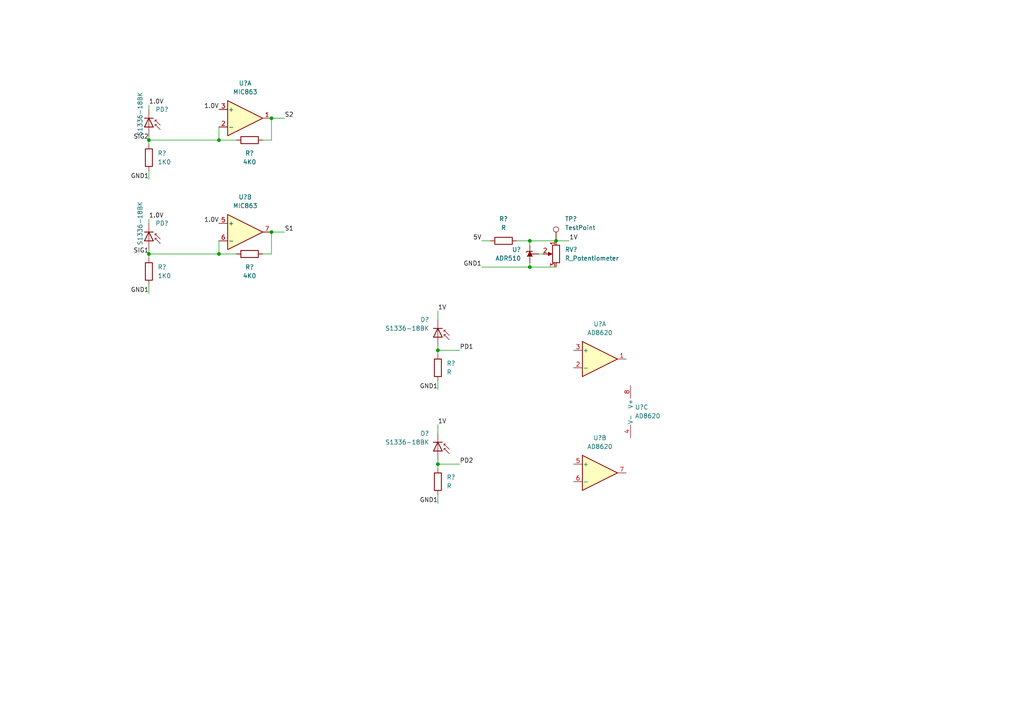
<source format=kicad_sch>
(kicad_sch (version 20211123) (generator eeschema)
  (paper "A4")
  (lib_symbols
    (symbol "Amplifier_Operational:AD8620" (pin_names (offset 0.127))
      (property "Reference" "U" (at 0 5.08 0))
      (property "Value" "AD8620" (at 0 -5.08 0))
      (symbol "AD8620_1_1"
        (polyline (pts (xy -5.08 5.08) (xy 5.08 0) (xy -5.08 -5.08) (xy -5.08 5.08)) (stroke (width 0.254)) (fill (type background)))
        (pin output line (at 7.62 0 180) (length 2.54) (name "~") (number "1"))
        (pin input line (at -7.62 -2.54 0) (length 2.54) (name "-") (number "2"))
        (pin input line (at -7.62 2.54 0) (length 2.54) (name "+") (number "3"))
      )
      (symbol "AD8620_2_1"
        (polyline (pts (xy -5.08 5.08) (xy 5.08 0) (xy -5.08 -5.08) (xy -5.08 5.08)) (stroke (width 0.254)) (fill (type background)))
        (pin input line (at -7.62 2.54 0) (length 2.54) (name "+") (number "5"))
        (pin input line (at -7.62 -2.54 0) (length 2.54) (name "-") (number "6"))
        (pin output line (at 7.62 0 180) (length 2.54) (name "~") (number "7"))
      )
      (symbol "AD8620_3_1"
        (pin power_in line (at -2.54 -7.62 90) (length 3.81) (name "V-") (number "4"))
        (pin power_in line (at -2.54 7.62 270) (length 3.81) (name "V+") (number "8"))
      )
    )
    (symbol "Connector:TestPoint" (pin_numbers hide) (pin_names (offset 0.762) hide)
      (property "Reference" "TP" (at 0 6.858 0))
      (property "Value" "TestPoint" (at 0 5.08 0))
      (symbol "TestPoint_0_1"
        (circle (center 0 3.302) (radius 0.762))
      )
      (symbol "TestPoint_1_1"
        (pin passive line (at 0 0 90) (length 2.54) (name "1") (number "1"))
      )
    )
    (symbol "Device:R" (pin_numbers hide) (pin_names (offset 0))
      (property "Reference" "R" (at 2.032 0 90))
      (property "Value" "R" (at 0 0 90))
      (symbol "R_0_1"
        (rectangle (start -1.016 -2.54) (end 1.016 2.54) (stroke (width 0.254)))
      )
      (symbol "R_1_1"
        (pin passive line (at 0 3.81 270) (length 1.27) (name "~") (number "1"))
        (pin passive line (at 0 -3.81 90) (length 1.27) (name "~") (number "2"))
      )
    )
    (symbol "Device:R_Potentiometer" (pin_names (offset 1.016) hide)
      (property "Reference" "RV" (at -4.445 0 90))
      (property "Value" "R_Potentiometer" (at -2.54 0 90))
      (symbol "R_Potentiometer_0_1"
        (polyline (pts (xy 2.54 0) (xy 1.524 0)))
        (polyline (pts (xy 1.143 0) (xy 2.286 0.508) (xy 2.286 -0.508) (xy 1.143 0)) (fill (type outline)))
        (rectangle (start 1.016 2.54) (end -1.016 -2.54) (stroke (width 0.254)))
      )
      (symbol "R_Potentiometer_1_1"
        (pin passive line (at 0 3.81 270) (length 1.27) (name "1") (number "1"))
        (pin passive line (at 3.81 0 180) (length 1.27) (name "2") (number "2"))
        (pin passive line (at 0 -3.81 90) (length 1.27) (name "3") (number "3"))
      )
    )
    (symbol "Reference_Voltage:CJ432" (pin_numbers hide) (pin_names hide)
      (property "Reference" "U" (at -2.54 2.54 0))
      (property "Value" "CJ432" (at 0 -2.54 0))
      (symbol "CJ432_0_1"
        (polyline (pts (xy -1.27 0) (xy 0 0) (xy 1.27 0)))
        (polyline (pts (xy -0.762 0.762) (xy 0.762 0) (xy -0.762 -0.762)) (fill (type outline)))
        (polyline (pts (xy 0.508 -1.016) (xy 0.762 -0.762) (xy 0.762 0.762) (xy 0.762 0.762)) (stroke (width 0.254)))
      )
      (symbol "CJ432_1_1"
        (pin passive line (at 0 2.54 270) (length 2.54) (name "REF") (number "1"))
        (pin passive line (at 2.54 0 180) (length 1.27) (name "K") (number "2"))
        (pin passive line (at -2.54 0 0) (length 1.27) (name "A") (number "3"))
      )
    )
    (symbol "S13360-3025CS_1" (pin_numbers hide) (pin_names hide)
      (property "Reference" "D5" (at -3.81 3.81 90))
      (property "Value" "S13360-3025CS_1" (at -8.89 1.27 90))
      (symbol "S13360-3025CS_1_0_1"
        (polyline (pts (xy -1.27 0) (xy 1.27 0)))
        (polyline (pts (xy -1.27 1.27) (xy -1.27 -1.27)) (stroke (width 0.254)))
        (polyline (pts (xy -0.762 1.778) (xy -0.254 1.778)))
        (polyline (pts (xy 1.27 1.27) (xy 1.27 -1.27)) (stroke (width 0.254)))
        (polyline (pts (xy 0.762 3.302) (xy -0.762 1.778) (xy -0.762 2.286)))
        (polyline (pts (xy 1.27 1.27) (xy -1.27 0) (xy 1.27 -1.27)) (stroke (width 0.254)))
        (polyline (pts (xy 2.032 3.302) (xy 0.508 1.778) (xy 0.508 2.286) (xy 0.508 1.778) (xy 1.016 1.778)))
      )
      (symbol "S13360-3025CS_1_1_1"
        (pin passive line (at 3.81 0 180) (length 2.54) (name "A") (number "1"))
        (pin passive line (at -3.81 0 0) (length 2.54) (name "K") (number "3"))
      )
    )
    (symbol "Sensor_Optical:S13360-3025CS" (pin_numbers hide) (pin_names hide)
      (property "Reference" "D" (at 1.778 1.778 0))
      (property "Value" "S13360-3025CS" (at 0.254 -2.794 0))
      (symbol "S13360-3025CS_0_1"
        (polyline (pts (xy -1.27 0) (xy 1.27 0)))
        (polyline (pts (xy -1.27 1.27) (xy -1.27 -1.27)) (stroke (width 0.254)))
        (polyline (pts (xy -0.762 1.778) (xy -0.254 1.778)))
        (polyline (pts (xy 1.27 1.27) (xy 1.27 -1.27)) (stroke (width 0.254)))
        (polyline (pts (xy 0.762 3.302) (xy -0.762 1.778) (xy -0.762 2.286)))
        (polyline (pts (xy 1.27 1.27) (xy -1.27 0) (xy 1.27 -1.27)) (stroke (width 0.254)))
        (polyline (pts (xy 2.032 3.302) (xy 0.508 1.778) (xy 0.508 2.286) (xy 0.508 1.778) (xy 1.016 1.778)))
      )
      (symbol "S13360-3025CS_1_1"
        (pin passive line (at 3.81 0 180) (length 2.54) (name "A") (number "1"))
        (pin passive line (at -3.81 0 0) (length 2.54) (name "K") (number "2"))
      )
    )
  )
  (junction (at 127 101.6))
  (junction (at 127 134.62))
  (junction (at 63.5 40.64))
  (junction (at 78.74 34.29))
  (junction (at 43.18 40.64))
  (junction (at 153.67 77.47))
  (junction (at 63.5 73.66))
  (junction (at 78.74 67.31))
  (junction (at 161.29 69.85))
  (junction (at 153.67 69.85))
  (junction (at 43.18 73.66))
  (wire (pts (xy 78.74 67.31) (xy 78.74 73.66)))
  (wire (pts (xy 127 134.62) (xy 127 135.89)))
  (wire (pts (xy 68.58 40.64) (xy 63.5 40.64)))
  (wire (pts (xy 161.29 69.85) (xy 165.1 69.85)))
  (wire (pts (xy 153.67 77.47) (xy 161.29 77.47)))
  (wire (pts (xy 43.18 82.55) (xy 43.18 85.09)))
  (wire (pts (xy 78.74 67.31) (xy 82.55 67.31)))
  (wire (pts (xy 127 134.62) (xy 133.35 134.62)))
  (wire (pts (xy 153.67 76.2) (xy 153.67 77.47)))
  (wire (pts (xy 43.18 63.5) (xy 43.18 64.77)))
  (wire (pts (xy 153.67 71.12) (xy 153.67 69.85)))
  (wire (pts (xy 139.7 69.85) (xy 142.24 69.85)))
  (wire (pts (xy 127 133.35) (xy 127 134.62)))
  (wire (pts (xy 78.74 40.64) (xy 76.2 40.64)))
  (wire (pts (xy 127 90.17) (xy 127 92.71)))
  (wire (pts (xy 153.67 69.85) (xy 161.29 69.85)))
  (wire (pts (xy 127 123.19) (xy 127 125.73)))
  (wire (pts (xy 68.58 73.66) (xy 63.5 73.66)))
  (wire (pts (xy 127 100.33) (xy 127 101.6)))
  (wire (pts (xy 127 101.6) (xy 133.35 101.6)))
  (wire (pts (xy 78.74 34.29) (xy 78.74 40.64)))
  (wire (pts (xy 78.74 73.66) (xy 76.2 73.66)))
  (wire (pts (xy 43.18 40.64) (xy 63.5 40.64)))
  (wire (pts (xy 139.7 77.47) (xy 153.67 77.47)))
  (wire (pts (xy 43.18 30.48) (xy 43.18 31.75)))
  (wire (pts (xy 43.18 73.66) (xy 63.5 73.66)))
  (wire (pts (xy 43.18 39.37) (xy 43.18 40.64)))
  (wire (pts (xy 63.5 40.64) (xy 63.5 36.83)))
  (wire (pts (xy 149.86 69.85) (xy 153.67 69.85)))
  (wire (pts (xy 63.5 73.66) (xy 63.5 69.85)))
  (wire (pts (xy 78.74 34.29) (xy 82.55 34.29)))
  (wire (pts (xy 43.18 40.64) (xy 43.18 41.91)))
  (wire (pts (xy 43.18 49.53) (xy 43.18 52.07)))
  (wire (pts (xy 43.18 72.39) (xy 43.18 73.66)))
  (wire (pts (xy 156.21 73.66) (xy 157.48 73.66)))
  (wire (pts (xy 43.18 73.66) (xy 43.18 74.93)))
  (wire (pts (xy 127 110.49) (xy 127 113.03)))
  (wire (pts (xy 127 101.6) (xy 127 102.87)))
  (wire (pts (xy 127 143.51) (xy 127 146.05)))
  (label "1.0V" (at 63.5 31.75 180))
  (label "GND1" (at 43.18 52.07 180))
  (label "SIG2" (at 43.18 40.64 180))
  (label "1.0V" (at 43.18 30.48 0))
  (label "1.0V" (at 63.5 64.77 180))
  (label "1V" (at 127 90.17 0))
  (label "PD1" (at 133.35 101.6 0))
  (label "GND1" (at 127 146.05 180))
  (label "GND1" (at 139.7 77.47 180))
  (label "PD2" (at 133.35 134.62 0))
  (label "1V" (at 165.1 69.85 0))
  (label "GND1" (at 43.18 85.09 180))
  (label "SIG1" (at 43.18 73.66 180))
  (label "1.0V" (at 43.18 63.5 0))
  (label "S1" (at 82.55 67.31 0))
  (label "GND1" (at 127 113.03 180))
  (label "1V" (at 127 123.19 0))
  (label "S2" (at 82.55 34.29 0))
  (label "5V" (at 139.7 69.85 180))
  (symbol (lib_id "Reference_Voltage:CJ432") (at 153.67 73.66 270) (mirror x) (unit 1)
    (property "Reference" "U?" (at 151.13 72.3899 90) (effects (justify right)))
    (property "Value" "ADR510" (at 151.13 74.9299 90) (effects (justify right)))
    (property "Footprint" "Package_TO_SOT_SMD:SOT-23" (effects hide))
    (property "Datasheet" "https://www.digikey.com/en/htmldatasheets/production/53286/0/0/1/adr510.html" (effects hide))
  )
  (symbol (lib_id "Device:R") (at 72.39 40.64 270) (unit 1)
    (property "Reference" "R?" (at 72.39 44.45 90))
    (property "Value" "4K0" (at 72.39 46.99 90))
    (property "Footprint" "Resistor_SMD:R_0603_1608Metric_Pad0.98x0.95mm_HandSolder" (effects hide))
  )
  (symbol (lib_id "Amplifier_Operational:AD8620") (at 185.42 119.38 0) (unit 3)
    (property "Reference" "U?" (at 184.15 118.1099 0) (effects (justify left)))
    (property "Value" "AD8620" (at 184.15 120.6499 0) (effects (justify left)))
    (property "Datasheet" "https://www.analog.com/media/en/technical-documentation/data-sheets/AD8610_8620.pdf" (effects hide))
  )
  (symbol (lib_id "Device:R") (at 43.18 78.74 0) (unit 1)
    (property "Reference" "R?" (at 45.72 77.4699 0) (effects (justify left)))
    (property "Value" "1K0" (at 45.72 80.0099 0) (effects (justify left)))
    (property "Footprint" "Resistor_SMD:R_0603_1608Metric_Pad0.98x0.95mm_HandSolder" (effects hide))
  )
  (symbol (lib_id "Sensor_Optical:S13360-3025CS") (at 127 129.54 270) (unit 1)
    (property "Reference" "D?" (at 123.19 125.73 90))
    (property "Value" "S1336-18BK" (at 118.11 128.27 90))
    (property "Footprint" "Package_TO_SOT_THT:TO-18-4_Lens" (effects hide))
    (property "Datasheet" "https://www.hamamatsu.com/content/dam/hamamatsu-photonics/sites/documents/99_SALES_LIBRARY/ssd/s1336_series_kspd1022e.pdf" (effects hide))
  )
  (symbol (lib_id "Amplifier_Operational:AD8620") (at 173.99 104.14 0) (unit 1)
    (property "Reference" "U?" (at 173.99 93.98 0))
    (property "Value" "AD8620" (at 173.99 96.52 0))
    (property "Datasheet" "https://www.analog.com/media/en/technical-documentation/data-sheets/AD8610_8620.pdf" (effects hide))
  )
  (symbol (lib_id "Amplifier_Operational:AD8620") (at 71.12 67.31 0) (unit 2)
    (property "Reference" "U?" (at 71.12 57.15 0))
    (property "Value" "MIC863" (at 71.12 59.69 0))
    (property "Footprint" "Package_TO_SOT_SMD:SOT-23-8" (effects hide))
  )
  (symbol (lib_id "Device:R") (at 43.18 45.72 0) (unit 1)
    (property "Reference" "R?" (at 45.72 44.4499 0) (effects (justify left)))
    (property "Value" "1K0" (at 45.72 46.9899 0) (effects (justify left)))
    (property "Footprint" "Resistor_SMD:R_0603_1608Metric_Pad0.98x0.95mm_HandSolder" (effects hide))
  )
  (symbol (lib_id "Device:R") (at 127 106.68 0) (unit 1)
    (property "Reference" "R?" (at 129.54 105.4099 0) (effects (justify left)))
    (property "Value" "R" (at 129.54 107.9499 0) (effects (justify left)))
    (property "Footprint" "Resistor_SMD:R_0603_1608Metric_Pad0.98x0.95mm_HandSolder" (effects hide))
  )
  (symbol (lib_id "Device:R") (at 72.39 73.66 90) (unit 1)
    (property "Reference" "R?" (at 72.39 77.47 90))
    (property "Value" "4K0" (at 72.39 80.01 90))
    (property "Footprint" "Resistor_SMD:R_0603_1608Metric_Pad0.98x0.95mm_HandSolder" (effects hide))
  )
  (symbol (lib_id "Sensor_Optical:S13360-3025CS") (at 43.18 35.56 270) (unit 1)
    (property "Reference" "PD?" (at 46.99 31.75 90))
    (property "Value" "S1336-18BK" (at 40.64 33.02 0))
    (property "Footprint" "Package_TO_SOT_THT:TO-18-4_Lens" (effects hide))
    (property "Datasheet" "https://www.hamamatsu.com/content/dam/hamamatsu-photonics/sites/documents/99_SALES_LIBRARY/ssd/s1336_series_kspd1022e.pdf" (effects hide))
  )
  (symbol (lib_id "Amplifier_Operational:AD8620") (at 71.12 34.29 0) (unit 1)
    (property "Reference" "U?" (at 71.12 24.13 0))
    (property "Value" "MIC863" (at 71.12 26.67 0))
    (property "Footprint" "Package_TO_SOT_SMD:SOT-23-8" (effects hide))
  )
  (symbol (lib_name "S13360-3025CS_1") (lib_id "Sensor_Optical:S13360-3025CS") (at 43.18 68.58 270) (unit 1)
    (property "Reference" "PD?" (at 46.99 64.77 90))
    (property "Value" "S1336-18BK" (at 40.64 64.77 0))
    (property "Footprint" "Package_TO_SOT_THT:TO-18-4_Lens" (effects hide))
    (property "Datasheet" "https://www.hamamatsu.com/content/dam/hamamatsu-photonics/sites/documents/99_SALES_LIBRARY/ssd/s1336_series_kspd1022e.pdf" (effects hide))
  )
  (symbol (lib_id "Amplifier_Operational:AD8620") (at 173.99 137.16 0) (unit 2)
    (property "Reference" "U?" (at 173.99 127 0))
    (property "Value" "AD8620" (at 173.99 129.54 0))
    (property "Datasheet" "https://www.analog.com/media/en/technical-documentation/data-sheets/AD8610_8620.pdf" (effects hide))
  )
  (symbol (lib_id "Connector:TestPoint") (at 161.29 69.85 0) (unit 1)
    (property "Reference" "TP?" (at 163.83 63.5 0) (effects (justify left)))
    (property "Value" "TestPoint" (at 163.83 66.04 0) (effects (justify left)))
    (property "Footprint" "TestPoint:TestPoint_Keystone_5000-5004_Miniature" (effects hide))
  )
  (symbol (lib_id "Device:R") (at 146.05 69.85 90) (unit 1)
    (property "Reference" "R?" (at 146.05 63.5 90))
    (property "Value" "R" (at 146.05 66.04 90))
    (property "Footprint" "Resistor_SMD:R_0603_1608Metric_Pad0.98x0.95mm_HandSolder" (effects hide))
  )
  (symbol (lib_id "Sensor_Optical:S13360-3025CS") (at 127 96.52 270) (unit 1)
    (property "Reference" "D?" (at 123.19 92.71 90))
    (property "Value" "S1336-18BK" (at 118.11 95.25 90))
    (property "Footprint" "Package_TO_SOT_THT:TO-18-4_Lens" (effects hide))
    (property "Datasheet" "https://www.hamamatsu.com/content/dam/hamamatsu-photonics/sites/documents/99_SALES_LIBRARY/ssd/s1336_series_kspd1022e.pdf" (effects hide))
  )
  (symbol (lib_id "Device:R_Potentiometer") (at 161.29 73.66 0) (mirror y) (unit 1)
    (property "Reference" "RV?" (at 163.83 72.3899 0) (effects (justify right)))
    (property "Value" "R_Potentiometer" (at 163.83 74.9299 0) (effects (justify right)))
    (property "Footprint" "Potentiometer_THT:Potentiometer_Bourns_3296W_Vertical" (effects hide))
  )
  (symbol (lib_id "Device:R") (at 127 139.7 0) (unit 1)
    (property "Reference" "R?" (at 129.54 138.4299 0) (effects (justify left)))
    (property "Value" "R" (at 129.54 140.9699 0) (effects (justify left)))
    (property "Footprint" "Resistor_SMD:R_0603_1608Metric_Pad0.98x0.95mm_HandSolder" (effects hide))
  )
)
</source>
